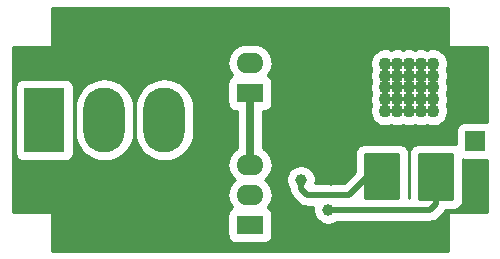
<source format=gbr>
G04 #@! TF.GenerationSoftware,KiCad,Pcbnew,(5.1.2)-2*
G04 #@! TF.CreationDate,2019-11-06T08:40:08+07:00*
G04 #@! TF.ProjectId,ph_vresistor_pos_sensor_board_hw,70685f76-7265-4736-9973-746f725f706f,rev?*
G04 #@! TF.SameCoordinates,Original*
G04 #@! TF.FileFunction,Copper,L2,Bot*
G04 #@! TF.FilePolarity,Positive*
%FSLAX46Y46*%
G04 Gerber Fmt 4.6, Leading zero omitted, Abs format (unit mm)*
G04 Created by KiCad (PCBNEW (5.1.2)-2) date 2019-11-06 08:40:08*
%MOMM*%
%LPD*%
G04 APERTURE LIST*
%ADD10R,2.300000X1.624000*%
%ADD11O,2.300000X1.724000*%
%ADD12C,1.100000*%
%ADD13R,1.700000X1.700000*%
%ADD14O,1.700000X1.700000*%
%ADD15R,3.500000X5.500000*%
%ADD16O,3.500000X5.500000*%
%ADD17C,1.000000*%
%ADD18C,0.500000*%
%ADD19C,0.700000*%
%ADD20C,0.325000*%
%ADD21C,0.254000*%
G04 APERTURE END LIST*
D10*
X104394000Y-91694000D03*
D11*
X104394000Y-89154000D03*
X104394000Y-86614000D03*
X104394000Y-75438000D03*
X104394000Y-77978000D03*
D10*
X104394000Y-80518000D03*
D12*
X115856000Y-82058000D03*
X115856000Y-81058000D03*
X115856000Y-80058000D03*
X115856000Y-79058000D03*
X115856000Y-78058000D03*
X116856000Y-78058000D03*
X116856000Y-79058000D03*
X116856000Y-80058000D03*
X116856000Y-81058000D03*
X116856000Y-82058000D03*
X117856000Y-78058000D03*
X117856000Y-79058000D03*
X117856000Y-80058000D03*
X117856000Y-81058000D03*
X117856000Y-82058000D03*
X118856000Y-78058000D03*
X118856000Y-79058000D03*
X118856000Y-80058000D03*
X118856000Y-81058000D03*
X118856000Y-82058000D03*
X119856000Y-78058000D03*
X119856000Y-79058000D03*
X119856000Y-80058000D03*
X119856000Y-81058000D03*
X119856000Y-82058000D03*
D13*
X123444000Y-84582000D03*
D14*
X123444000Y-87122000D03*
D15*
X86995000Y-82816700D03*
D16*
X92075000Y-82816700D03*
X97155000Y-82816700D03*
D17*
X116332000Y-88646000D03*
X114808000Y-88646000D03*
X116332000Y-86614000D03*
X114808000Y-86614000D03*
X108712000Y-87884000D03*
X115570000Y-87630000D03*
X119000000Y-93500000D03*
X117750000Y-93500000D03*
X115250000Y-92250000D03*
X116500000Y-93500000D03*
X120250000Y-92250000D03*
X116500000Y-92250000D03*
X115250000Y-93500000D03*
X119000000Y-92250000D03*
X120250000Y-93500000D03*
X117750000Y-92250000D03*
X111252000Y-87884000D03*
X110998000Y-78740000D03*
X85000000Y-77500000D03*
X85000000Y-78750000D03*
X89500000Y-73750000D03*
X90750000Y-73750000D03*
X92000000Y-73750000D03*
X93250000Y-73750000D03*
X94500000Y-73750000D03*
X95750000Y-73750000D03*
X97000000Y-73750000D03*
X98250000Y-73750000D03*
X99500000Y-73750000D03*
X100750000Y-73750000D03*
X120250000Y-73750000D03*
X119000000Y-73750000D03*
X117750000Y-73750000D03*
X116500000Y-73750000D03*
X115250000Y-73750000D03*
X120250000Y-75000000D03*
X119000000Y-75000000D03*
X117750000Y-75000000D03*
X116500000Y-75000000D03*
X115250000Y-75000000D03*
X120904000Y-86614000D03*
X119380000Y-86614000D03*
X110998000Y-90424000D03*
X119380000Y-88646000D03*
X120904000Y-88646000D03*
X120142000Y-87630000D03*
D18*
X115570000Y-87630000D02*
X115570000Y-87630000D01*
X114300000Y-87630000D02*
X115570000Y-87630000D01*
X112776000Y-89154000D02*
X114300000Y-87630000D01*
X109220000Y-89154000D02*
X112776000Y-89154000D01*
X108712000Y-87884000D02*
X108712000Y-88646000D01*
X108712000Y-88646000D02*
X109220000Y-89154000D01*
D19*
X110998000Y-90424000D02*
X111007000Y-90424000D01*
D18*
X120142000Y-87630000D02*
X120142000Y-87630000D01*
X120142000Y-89916000D02*
X120142000Y-87630000D01*
X110998000Y-90424000D02*
X119634000Y-90424000D01*
X119634000Y-90424000D02*
X120142000Y-89916000D01*
D19*
X104394000Y-80518000D02*
X104394000Y-86614000D01*
D20*
G36*
X116931500Y-89386500D02*
G01*
X114208500Y-89386500D01*
X114208500Y-85760500D01*
X116931500Y-85760500D01*
X116931500Y-89386500D01*
X116931500Y-89386500D01*
G37*
X116931500Y-89386500D02*
X114208500Y-89386500D01*
X114208500Y-85760500D01*
X116931500Y-85760500D01*
X116931500Y-89386500D01*
G36*
X121503500Y-89499500D02*
G01*
X118780500Y-89499500D01*
X118780500Y-85760500D01*
X121503500Y-85760500D01*
X121503500Y-89499500D01*
X121503500Y-89499500D01*
G37*
X121503500Y-89499500D02*
X118780500Y-89499500D01*
X118780500Y-85760500D01*
X121503500Y-85760500D01*
X121503500Y-89499500D01*
D21*
G36*
X121123000Y-76500000D02*
G01*
X121125440Y-76524776D01*
X121132667Y-76548601D01*
X121144403Y-76570557D01*
X121160197Y-76589803D01*
X121179443Y-76605597D01*
X121201399Y-76617333D01*
X121225224Y-76624560D01*
X121250000Y-76627000D01*
X124448000Y-76627000D01*
X124448000Y-82992878D01*
X124441418Y-82990881D01*
X124294000Y-82976362D01*
X122594000Y-82976362D01*
X122446582Y-82990881D01*
X122304830Y-83033882D01*
X122174190Y-83103710D01*
X122059683Y-83197683D01*
X121965710Y-83312190D01*
X121895882Y-83442830D01*
X121852881Y-83584582D01*
X121838362Y-83732000D01*
X121838362Y-84868231D01*
X121812708Y-84860449D01*
X121666000Y-84846000D01*
X118618000Y-84846000D01*
X118471292Y-84860449D01*
X118330222Y-84903243D01*
X118200211Y-84972735D01*
X118086256Y-85066256D01*
X117992735Y-85180211D01*
X117923243Y-85310222D01*
X117880449Y-85451292D01*
X117866000Y-85598000D01*
X117866000Y-89422000D01*
X117846000Y-89422000D01*
X117846000Y-85598000D01*
X117831551Y-85451292D01*
X117788757Y-85310222D01*
X117719265Y-85180211D01*
X117625744Y-85066256D01*
X117511789Y-84972735D01*
X117381778Y-84903243D01*
X117240708Y-84860449D01*
X117094000Y-84846000D01*
X114046000Y-84846000D01*
X113899292Y-84860449D01*
X113758222Y-84903243D01*
X113628211Y-84972735D01*
X113514256Y-85066256D01*
X113420735Y-85180211D01*
X113351243Y-85310222D01*
X113308449Y-85451292D01*
X113294000Y-85598000D01*
X113294000Y-87218958D01*
X112360959Y-88152000D01*
X109935219Y-88152000D01*
X109964000Y-88007311D01*
X109964000Y-87760689D01*
X109915886Y-87518805D01*
X109821508Y-87290956D01*
X109684492Y-87085896D01*
X109510104Y-86911508D01*
X109305044Y-86774492D01*
X109077195Y-86680114D01*
X108835311Y-86632000D01*
X108588689Y-86632000D01*
X108346805Y-86680114D01*
X108118956Y-86774492D01*
X107913896Y-86911508D01*
X107739508Y-87085896D01*
X107602492Y-87290956D01*
X107508114Y-87518805D01*
X107460000Y-87760689D01*
X107460000Y-88007311D01*
X107508114Y-88249195D01*
X107602492Y-88477044D01*
X107706467Y-88632655D01*
X107705153Y-88646000D01*
X107710000Y-88695216D01*
X107710000Y-88695223D01*
X107714362Y-88739508D01*
X107724498Y-88842426D01*
X107781794Y-89031303D01*
X107847376Y-89153999D01*
X107874837Y-89205375D01*
X108000052Y-89357949D01*
X108038286Y-89389327D01*
X108476668Y-89827709D01*
X108508051Y-89865949D01*
X108660625Y-89991164D01*
X108834696Y-90084206D01*
X109023574Y-90141502D01*
X109170777Y-90156000D01*
X109170786Y-90156000D01*
X109219999Y-90160847D01*
X109269212Y-90156000D01*
X109774781Y-90156000D01*
X109746000Y-90300689D01*
X109746000Y-90547311D01*
X109794114Y-90789195D01*
X109888492Y-91017044D01*
X110025508Y-91222104D01*
X110199896Y-91396492D01*
X110404956Y-91533508D01*
X110632805Y-91627886D01*
X110874689Y-91676000D01*
X111121311Y-91676000D01*
X111363195Y-91627886D01*
X111591044Y-91533508D01*
X111751942Y-91426000D01*
X119584784Y-91426000D01*
X119634000Y-91430847D01*
X119683216Y-91426000D01*
X119683223Y-91426000D01*
X119830426Y-91411502D01*
X120019304Y-91354206D01*
X120193375Y-91261164D01*
X120345949Y-91135949D01*
X120377332Y-91097709D01*
X120815709Y-90659332D01*
X120853949Y-90627949D01*
X120979164Y-90475375D01*
X121011969Y-90414000D01*
X121666000Y-90414000D01*
X121812708Y-90399551D01*
X121953778Y-90356757D01*
X122083789Y-90287265D01*
X122197744Y-90193744D01*
X122291265Y-90079789D01*
X122360757Y-89949778D01*
X122403551Y-89808708D01*
X122418000Y-89662000D01*
X122418000Y-86164449D01*
X122446582Y-86173119D01*
X122594000Y-86187638D01*
X124294000Y-86187638D01*
X124441418Y-86173119D01*
X124448001Y-86171122D01*
X124448001Y-90623000D01*
X121250000Y-90623000D01*
X121225224Y-90625440D01*
X121201399Y-90632667D01*
X121179443Y-90644403D01*
X121160197Y-90660197D01*
X121144403Y-90679443D01*
X121132667Y-90701399D01*
X121125440Y-90725224D01*
X121123000Y-90750000D01*
X121123000Y-93940000D01*
X87627000Y-93940000D01*
X87627000Y-90750000D01*
X87624560Y-90725224D01*
X87617333Y-90701399D01*
X87605597Y-90679443D01*
X87589803Y-90660197D01*
X87570557Y-90644403D01*
X87548601Y-90632667D01*
X87524776Y-90625440D01*
X87500000Y-90623000D01*
X84368000Y-90623000D01*
X84368000Y-80066700D01*
X84489362Y-80066700D01*
X84489362Y-85566700D01*
X84503881Y-85714118D01*
X84546882Y-85855870D01*
X84616710Y-85986510D01*
X84710683Y-86101017D01*
X84825190Y-86194990D01*
X84955830Y-86264818D01*
X85097582Y-86307819D01*
X85245000Y-86322338D01*
X88745000Y-86322338D01*
X88892418Y-86307819D01*
X89034170Y-86264818D01*
X89164810Y-86194990D01*
X89279317Y-86101017D01*
X89373290Y-85986510D01*
X89443118Y-85855870D01*
X89486119Y-85714118D01*
X89500638Y-85566700D01*
X89500638Y-81693787D01*
X89573000Y-81693787D01*
X89573000Y-83939614D01*
X89609202Y-84307178D01*
X89752269Y-84778807D01*
X89984598Y-85213462D01*
X90297260Y-85594441D01*
X90678239Y-85907103D01*
X91112894Y-86139431D01*
X91584523Y-86282498D01*
X92075000Y-86330806D01*
X92565478Y-86282498D01*
X93037107Y-86139431D01*
X93471762Y-85907103D01*
X93852741Y-85594441D01*
X94165403Y-85213462D01*
X94397731Y-84778807D01*
X94540798Y-84307178D01*
X94577000Y-83939614D01*
X94577000Y-81693787D01*
X94653000Y-81693787D01*
X94653000Y-83939614D01*
X94689202Y-84307178D01*
X94832269Y-84778807D01*
X95064598Y-85213462D01*
X95377260Y-85594441D01*
X95758239Y-85907103D01*
X96192894Y-86139431D01*
X96664523Y-86282498D01*
X97155000Y-86330806D01*
X97645478Y-86282498D01*
X98117107Y-86139431D01*
X98551762Y-85907103D01*
X98932741Y-85594441D01*
X99245403Y-85213462D01*
X99477731Y-84778807D01*
X99620798Y-84307178D01*
X99657000Y-83939614D01*
X99657000Y-81693786D01*
X99620798Y-81326222D01*
X99477731Y-80854593D01*
X99245403Y-80419938D01*
X98932741Y-80038959D01*
X98551761Y-79726297D01*
X98117106Y-79493969D01*
X97645477Y-79350902D01*
X97155000Y-79302594D01*
X96664522Y-79350902D01*
X96192893Y-79493969D01*
X95758238Y-79726297D01*
X95377259Y-80038959D01*
X95064597Y-80419939D01*
X94832269Y-80854594D01*
X94689202Y-81326223D01*
X94653000Y-81693787D01*
X94577000Y-81693787D01*
X94577000Y-81693786D01*
X94540798Y-81326222D01*
X94397731Y-80854593D01*
X94165403Y-80419938D01*
X93852741Y-80038959D01*
X93471761Y-79726297D01*
X93037106Y-79493969D01*
X92565477Y-79350902D01*
X92075000Y-79302594D01*
X91584522Y-79350902D01*
X91112893Y-79493969D01*
X90678238Y-79726297D01*
X90297259Y-80038959D01*
X89984597Y-80419939D01*
X89752269Y-80854594D01*
X89609202Y-81326223D01*
X89573000Y-81693787D01*
X89500638Y-81693787D01*
X89500638Y-80066700D01*
X89486119Y-79919282D01*
X89443118Y-79777530D01*
X89373290Y-79646890D01*
X89279317Y-79532383D01*
X89164810Y-79438410D01*
X89034170Y-79368582D01*
X88892418Y-79325581D01*
X88745000Y-79311062D01*
X85245000Y-79311062D01*
X85097582Y-79325581D01*
X84955830Y-79368582D01*
X84825190Y-79438410D01*
X84710683Y-79532383D01*
X84616710Y-79646890D01*
X84546882Y-79777530D01*
X84503881Y-79919282D01*
X84489362Y-80066700D01*
X84368000Y-80066700D01*
X84368000Y-77978000D01*
X102484191Y-77978000D01*
X102515354Y-78294399D01*
X102607644Y-78598639D01*
X102757515Y-78879029D01*
X102891182Y-79041902D01*
X102824190Y-79077710D01*
X102709683Y-79171683D01*
X102615710Y-79286190D01*
X102545882Y-79416830D01*
X102502881Y-79558582D01*
X102488362Y-79706000D01*
X102488362Y-81330000D01*
X102502881Y-81477418D01*
X102545882Y-81619170D01*
X102615710Y-81749810D01*
X102709683Y-81864317D01*
X102824190Y-81958290D01*
X102954830Y-82028118D01*
X103096582Y-82071119D01*
X103244000Y-82085638D01*
X103292000Y-82085638D01*
X103292001Y-85218997D01*
X103204971Y-85265515D01*
X102959208Y-85467208D01*
X102757515Y-85712971D01*
X102607644Y-85993361D01*
X102515354Y-86297601D01*
X102484191Y-86614000D01*
X102515354Y-86930399D01*
X102607644Y-87234639D01*
X102757515Y-87515029D01*
X102959208Y-87760792D01*
X103109337Y-87884000D01*
X102959208Y-88007208D01*
X102757515Y-88252971D01*
X102607644Y-88533361D01*
X102515354Y-88837601D01*
X102484191Y-89154000D01*
X102515354Y-89470399D01*
X102607644Y-89774639D01*
X102757515Y-90055029D01*
X102891182Y-90217902D01*
X102824190Y-90253710D01*
X102709683Y-90347683D01*
X102615710Y-90462190D01*
X102545882Y-90592830D01*
X102502881Y-90734582D01*
X102488362Y-90882000D01*
X102488362Y-92506000D01*
X102502881Y-92653418D01*
X102545882Y-92795170D01*
X102615710Y-92925810D01*
X102709683Y-93040317D01*
X102824190Y-93134290D01*
X102954830Y-93204118D01*
X103096582Y-93247119D01*
X103244000Y-93261638D01*
X105544000Y-93261638D01*
X105691418Y-93247119D01*
X105833170Y-93204118D01*
X105963810Y-93134290D01*
X106078317Y-93040317D01*
X106172290Y-92925810D01*
X106242118Y-92795170D01*
X106285119Y-92653418D01*
X106299638Y-92506000D01*
X106299638Y-90882000D01*
X106285119Y-90734582D01*
X106242118Y-90592830D01*
X106172290Y-90462190D01*
X106078317Y-90347683D01*
X105963810Y-90253710D01*
X105896818Y-90217902D01*
X106030485Y-90055029D01*
X106180356Y-89774639D01*
X106272646Y-89470399D01*
X106303809Y-89154000D01*
X106272646Y-88837601D01*
X106180356Y-88533361D01*
X106030485Y-88252971D01*
X105828792Y-88007208D01*
X105678663Y-87884000D01*
X105828792Y-87760792D01*
X106030485Y-87515029D01*
X106180356Y-87234639D01*
X106272646Y-86930399D01*
X106303809Y-86614000D01*
X106272646Y-86297601D01*
X106180356Y-85993361D01*
X106030485Y-85712971D01*
X105828792Y-85467208D01*
X105583029Y-85265515D01*
X105496000Y-85218997D01*
X105496000Y-82085638D01*
X105544000Y-82085638D01*
X105691418Y-82071119D01*
X105833170Y-82028118D01*
X105963810Y-81958290D01*
X106078317Y-81864317D01*
X106172290Y-81749810D01*
X106242118Y-81619170D01*
X106285119Y-81477418D01*
X106299638Y-81330000D01*
X106299638Y-79706000D01*
X106285119Y-79558582D01*
X106242118Y-79416830D01*
X106172290Y-79286190D01*
X106078317Y-79171683D01*
X105963810Y-79077710D01*
X105896818Y-79041902D01*
X106030485Y-78879029D01*
X106180356Y-78598639D01*
X106272646Y-78294399D01*
X106303809Y-77978000D01*
X106299059Y-77929764D01*
X114554000Y-77929764D01*
X114554000Y-78186236D01*
X114604035Y-78437779D01*
X114653832Y-78558000D01*
X114604035Y-78678221D01*
X114554000Y-78929764D01*
X114554000Y-79186236D01*
X114604035Y-79437779D01*
X114653832Y-79558000D01*
X114604035Y-79678221D01*
X114554000Y-79929764D01*
X114554000Y-80186236D01*
X114604035Y-80437779D01*
X114653832Y-80558000D01*
X114604035Y-80678221D01*
X114554000Y-80929764D01*
X114554000Y-81186236D01*
X114604035Y-81437779D01*
X114653832Y-81558000D01*
X114604035Y-81678221D01*
X114554000Y-81929764D01*
X114554000Y-82186236D01*
X114604035Y-82437779D01*
X114702182Y-82674728D01*
X114844670Y-82887977D01*
X115026023Y-83069330D01*
X115239272Y-83211818D01*
X115476221Y-83309965D01*
X115727764Y-83360000D01*
X115984236Y-83360000D01*
X116235779Y-83309965D01*
X116356000Y-83260168D01*
X116476221Y-83309965D01*
X116727764Y-83360000D01*
X116984236Y-83360000D01*
X117235779Y-83309965D01*
X117356000Y-83260168D01*
X117476221Y-83309965D01*
X117727764Y-83360000D01*
X117984236Y-83360000D01*
X118235779Y-83309965D01*
X118356000Y-83260168D01*
X118476221Y-83309965D01*
X118727764Y-83360000D01*
X118984236Y-83360000D01*
X119235779Y-83309965D01*
X119356000Y-83260168D01*
X119476221Y-83309965D01*
X119727764Y-83360000D01*
X119984236Y-83360000D01*
X120235779Y-83309965D01*
X120472728Y-83211818D01*
X120685977Y-83069330D01*
X120867330Y-82887977D01*
X121009818Y-82674728D01*
X121107965Y-82437779D01*
X121158000Y-82186236D01*
X121158000Y-81929764D01*
X121107965Y-81678221D01*
X121058168Y-81558000D01*
X121107965Y-81437779D01*
X121158000Y-81186236D01*
X121158000Y-80929764D01*
X121107965Y-80678221D01*
X121058168Y-80558000D01*
X121107965Y-80437779D01*
X121158000Y-80186236D01*
X121158000Y-79929764D01*
X121107965Y-79678221D01*
X121058168Y-79558000D01*
X121107965Y-79437779D01*
X121158000Y-79186236D01*
X121158000Y-78929764D01*
X121107965Y-78678221D01*
X121058168Y-78558000D01*
X121107965Y-78437779D01*
X121158000Y-78186236D01*
X121158000Y-77929764D01*
X121107965Y-77678221D01*
X121009818Y-77441272D01*
X120867330Y-77228023D01*
X120685977Y-77046670D01*
X120472728Y-76904182D01*
X120235779Y-76806035D01*
X119984236Y-76756000D01*
X119727764Y-76756000D01*
X119476221Y-76806035D01*
X119356000Y-76855832D01*
X119235779Y-76806035D01*
X118984236Y-76756000D01*
X118727764Y-76756000D01*
X118476221Y-76806035D01*
X118356000Y-76855832D01*
X118235779Y-76806035D01*
X117984236Y-76756000D01*
X117727764Y-76756000D01*
X117476221Y-76806035D01*
X117356000Y-76855832D01*
X117235779Y-76806035D01*
X116984236Y-76756000D01*
X116727764Y-76756000D01*
X116476221Y-76806035D01*
X116356000Y-76855832D01*
X116235779Y-76806035D01*
X115984236Y-76756000D01*
X115727764Y-76756000D01*
X115476221Y-76806035D01*
X115239272Y-76904182D01*
X115026023Y-77046670D01*
X114844670Y-77228023D01*
X114702182Y-77441272D01*
X114604035Y-77678221D01*
X114554000Y-77929764D01*
X106299059Y-77929764D01*
X106272646Y-77661601D01*
X106180356Y-77357361D01*
X106030485Y-77076971D01*
X105828792Y-76831208D01*
X105583029Y-76629515D01*
X105302639Y-76479644D01*
X104998399Y-76387354D01*
X104761285Y-76364000D01*
X104026715Y-76364000D01*
X103789601Y-76387354D01*
X103485361Y-76479644D01*
X103204971Y-76629515D01*
X102959208Y-76831208D01*
X102757515Y-77076971D01*
X102607644Y-77357361D01*
X102515354Y-77661601D01*
X102484191Y-77978000D01*
X84368000Y-77978000D01*
X84368000Y-76627000D01*
X87500000Y-76627000D01*
X87524776Y-76624560D01*
X87548601Y-76617333D01*
X87570557Y-76605597D01*
X87589803Y-76589803D01*
X87605597Y-76570557D01*
X87617333Y-76548601D01*
X87624560Y-76524776D01*
X87627000Y-76500000D01*
X87627000Y-73302000D01*
X121123000Y-73302000D01*
X121123000Y-76500000D01*
X121123000Y-76500000D01*
G37*
X121123000Y-76500000D02*
X121125440Y-76524776D01*
X121132667Y-76548601D01*
X121144403Y-76570557D01*
X121160197Y-76589803D01*
X121179443Y-76605597D01*
X121201399Y-76617333D01*
X121225224Y-76624560D01*
X121250000Y-76627000D01*
X124448000Y-76627000D01*
X124448000Y-82992878D01*
X124441418Y-82990881D01*
X124294000Y-82976362D01*
X122594000Y-82976362D01*
X122446582Y-82990881D01*
X122304830Y-83033882D01*
X122174190Y-83103710D01*
X122059683Y-83197683D01*
X121965710Y-83312190D01*
X121895882Y-83442830D01*
X121852881Y-83584582D01*
X121838362Y-83732000D01*
X121838362Y-84868231D01*
X121812708Y-84860449D01*
X121666000Y-84846000D01*
X118618000Y-84846000D01*
X118471292Y-84860449D01*
X118330222Y-84903243D01*
X118200211Y-84972735D01*
X118086256Y-85066256D01*
X117992735Y-85180211D01*
X117923243Y-85310222D01*
X117880449Y-85451292D01*
X117866000Y-85598000D01*
X117866000Y-89422000D01*
X117846000Y-89422000D01*
X117846000Y-85598000D01*
X117831551Y-85451292D01*
X117788757Y-85310222D01*
X117719265Y-85180211D01*
X117625744Y-85066256D01*
X117511789Y-84972735D01*
X117381778Y-84903243D01*
X117240708Y-84860449D01*
X117094000Y-84846000D01*
X114046000Y-84846000D01*
X113899292Y-84860449D01*
X113758222Y-84903243D01*
X113628211Y-84972735D01*
X113514256Y-85066256D01*
X113420735Y-85180211D01*
X113351243Y-85310222D01*
X113308449Y-85451292D01*
X113294000Y-85598000D01*
X113294000Y-87218958D01*
X112360959Y-88152000D01*
X109935219Y-88152000D01*
X109964000Y-88007311D01*
X109964000Y-87760689D01*
X109915886Y-87518805D01*
X109821508Y-87290956D01*
X109684492Y-87085896D01*
X109510104Y-86911508D01*
X109305044Y-86774492D01*
X109077195Y-86680114D01*
X108835311Y-86632000D01*
X108588689Y-86632000D01*
X108346805Y-86680114D01*
X108118956Y-86774492D01*
X107913896Y-86911508D01*
X107739508Y-87085896D01*
X107602492Y-87290956D01*
X107508114Y-87518805D01*
X107460000Y-87760689D01*
X107460000Y-88007311D01*
X107508114Y-88249195D01*
X107602492Y-88477044D01*
X107706467Y-88632655D01*
X107705153Y-88646000D01*
X107710000Y-88695216D01*
X107710000Y-88695223D01*
X107714362Y-88739508D01*
X107724498Y-88842426D01*
X107781794Y-89031303D01*
X107847376Y-89153999D01*
X107874837Y-89205375D01*
X108000052Y-89357949D01*
X108038286Y-89389327D01*
X108476668Y-89827709D01*
X108508051Y-89865949D01*
X108660625Y-89991164D01*
X108834696Y-90084206D01*
X109023574Y-90141502D01*
X109170777Y-90156000D01*
X109170786Y-90156000D01*
X109219999Y-90160847D01*
X109269212Y-90156000D01*
X109774781Y-90156000D01*
X109746000Y-90300689D01*
X109746000Y-90547311D01*
X109794114Y-90789195D01*
X109888492Y-91017044D01*
X110025508Y-91222104D01*
X110199896Y-91396492D01*
X110404956Y-91533508D01*
X110632805Y-91627886D01*
X110874689Y-91676000D01*
X111121311Y-91676000D01*
X111363195Y-91627886D01*
X111591044Y-91533508D01*
X111751942Y-91426000D01*
X119584784Y-91426000D01*
X119634000Y-91430847D01*
X119683216Y-91426000D01*
X119683223Y-91426000D01*
X119830426Y-91411502D01*
X120019304Y-91354206D01*
X120193375Y-91261164D01*
X120345949Y-91135949D01*
X120377332Y-91097709D01*
X120815709Y-90659332D01*
X120853949Y-90627949D01*
X120979164Y-90475375D01*
X121011969Y-90414000D01*
X121666000Y-90414000D01*
X121812708Y-90399551D01*
X121953778Y-90356757D01*
X122083789Y-90287265D01*
X122197744Y-90193744D01*
X122291265Y-90079789D01*
X122360757Y-89949778D01*
X122403551Y-89808708D01*
X122418000Y-89662000D01*
X122418000Y-86164449D01*
X122446582Y-86173119D01*
X122594000Y-86187638D01*
X124294000Y-86187638D01*
X124441418Y-86173119D01*
X124448001Y-86171122D01*
X124448001Y-90623000D01*
X121250000Y-90623000D01*
X121225224Y-90625440D01*
X121201399Y-90632667D01*
X121179443Y-90644403D01*
X121160197Y-90660197D01*
X121144403Y-90679443D01*
X121132667Y-90701399D01*
X121125440Y-90725224D01*
X121123000Y-90750000D01*
X121123000Y-93940000D01*
X87627000Y-93940000D01*
X87627000Y-90750000D01*
X87624560Y-90725224D01*
X87617333Y-90701399D01*
X87605597Y-90679443D01*
X87589803Y-90660197D01*
X87570557Y-90644403D01*
X87548601Y-90632667D01*
X87524776Y-90625440D01*
X87500000Y-90623000D01*
X84368000Y-90623000D01*
X84368000Y-80066700D01*
X84489362Y-80066700D01*
X84489362Y-85566700D01*
X84503881Y-85714118D01*
X84546882Y-85855870D01*
X84616710Y-85986510D01*
X84710683Y-86101017D01*
X84825190Y-86194990D01*
X84955830Y-86264818D01*
X85097582Y-86307819D01*
X85245000Y-86322338D01*
X88745000Y-86322338D01*
X88892418Y-86307819D01*
X89034170Y-86264818D01*
X89164810Y-86194990D01*
X89279317Y-86101017D01*
X89373290Y-85986510D01*
X89443118Y-85855870D01*
X89486119Y-85714118D01*
X89500638Y-85566700D01*
X89500638Y-81693787D01*
X89573000Y-81693787D01*
X89573000Y-83939614D01*
X89609202Y-84307178D01*
X89752269Y-84778807D01*
X89984598Y-85213462D01*
X90297260Y-85594441D01*
X90678239Y-85907103D01*
X91112894Y-86139431D01*
X91584523Y-86282498D01*
X92075000Y-86330806D01*
X92565478Y-86282498D01*
X93037107Y-86139431D01*
X93471762Y-85907103D01*
X93852741Y-85594441D01*
X94165403Y-85213462D01*
X94397731Y-84778807D01*
X94540798Y-84307178D01*
X94577000Y-83939614D01*
X94577000Y-81693787D01*
X94653000Y-81693787D01*
X94653000Y-83939614D01*
X94689202Y-84307178D01*
X94832269Y-84778807D01*
X95064598Y-85213462D01*
X95377260Y-85594441D01*
X95758239Y-85907103D01*
X96192894Y-86139431D01*
X96664523Y-86282498D01*
X97155000Y-86330806D01*
X97645478Y-86282498D01*
X98117107Y-86139431D01*
X98551762Y-85907103D01*
X98932741Y-85594441D01*
X99245403Y-85213462D01*
X99477731Y-84778807D01*
X99620798Y-84307178D01*
X99657000Y-83939614D01*
X99657000Y-81693786D01*
X99620798Y-81326222D01*
X99477731Y-80854593D01*
X99245403Y-80419938D01*
X98932741Y-80038959D01*
X98551761Y-79726297D01*
X98117106Y-79493969D01*
X97645477Y-79350902D01*
X97155000Y-79302594D01*
X96664522Y-79350902D01*
X96192893Y-79493969D01*
X95758238Y-79726297D01*
X95377259Y-80038959D01*
X95064597Y-80419939D01*
X94832269Y-80854594D01*
X94689202Y-81326223D01*
X94653000Y-81693787D01*
X94577000Y-81693787D01*
X94577000Y-81693786D01*
X94540798Y-81326222D01*
X94397731Y-80854593D01*
X94165403Y-80419938D01*
X93852741Y-80038959D01*
X93471761Y-79726297D01*
X93037106Y-79493969D01*
X92565477Y-79350902D01*
X92075000Y-79302594D01*
X91584522Y-79350902D01*
X91112893Y-79493969D01*
X90678238Y-79726297D01*
X90297259Y-80038959D01*
X89984597Y-80419939D01*
X89752269Y-80854594D01*
X89609202Y-81326223D01*
X89573000Y-81693787D01*
X89500638Y-81693787D01*
X89500638Y-80066700D01*
X89486119Y-79919282D01*
X89443118Y-79777530D01*
X89373290Y-79646890D01*
X89279317Y-79532383D01*
X89164810Y-79438410D01*
X89034170Y-79368582D01*
X88892418Y-79325581D01*
X88745000Y-79311062D01*
X85245000Y-79311062D01*
X85097582Y-79325581D01*
X84955830Y-79368582D01*
X84825190Y-79438410D01*
X84710683Y-79532383D01*
X84616710Y-79646890D01*
X84546882Y-79777530D01*
X84503881Y-79919282D01*
X84489362Y-80066700D01*
X84368000Y-80066700D01*
X84368000Y-77978000D01*
X102484191Y-77978000D01*
X102515354Y-78294399D01*
X102607644Y-78598639D01*
X102757515Y-78879029D01*
X102891182Y-79041902D01*
X102824190Y-79077710D01*
X102709683Y-79171683D01*
X102615710Y-79286190D01*
X102545882Y-79416830D01*
X102502881Y-79558582D01*
X102488362Y-79706000D01*
X102488362Y-81330000D01*
X102502881Y-81477418D01*
X102545882Y-81619170D01*
X102615710Y-81749810D01*
X102709683Y-81864317D01*
X102824190Y-81958290D01*
X102954830Y-82028118D01*
X103096582Y-82071119D01*
X103244000Y-82085638D01*
X103292000Y-82085638D01*
X103292001Y-85218997D01*
X103204971Y-85265515D01*
X102959208Y-85467208D01*
X102757515Y-85712971D01*
X102607644Y-85993361D01*
X102515354Y-86297601D01*
X102484191Y-86614000D01*
X102515354Y-86930399D01*
X102607644Y-87234639D01*
X102757515Y-87515029D01*
X102959208Y-87760792D01*
X103109337Y-87884000D01*
X102959208Y-88007208D01*
X102757515Y-88252971D01*
X102607644Y-88533361D01*
X102515354Y-88837601D01*
X102484191Y-89154000D01*
X102515354Y-89470399D01*
X102607644Y-89774639D01*
X102757515Y-90055029D01*
X102891182Y-90217902D01*
X102824190Y-90253710D01*
X102709683Y-90347683D01*
X102615710Y-90462190D01*
X102545882Y-90592830D01*
X102502881Y-90734582D01*
X102488362Y-90882000D01*
X102488362Y-92506000D01*
X102502881Y-92653418D01*
X102545882Y-92795170D01*
X102615710Y-92925810D01*
X102709683Y-93040317D01*
X102824190Y-93134290D01*
X102954830Y-93204118D01*
X103096582Y-93247119D01*
X103244000Y-93261638D01*
X105544000Y-93261638D01*
X105691418Y-93247119D01*
X105833170Y-93204118D01*
X105963810Y-93134290D01*
X106078317Y-93040317D01*
X106172290Y-92925810D01*
X106242118Y-92795170D01*
X106285119Y-92653418D01*
X106299638Y-92506000D01*
X106299638Y-90882000D01*
X106285119Y-90734582D01*
X106242118Y-90592830D01*
X106172290Y-90462190D01*
X106078317Y-90347683D01*
X105963810Y-90253710D01*
X105896818Y-90217902D01*
X106030485Y-90055029D01*
X106180356Y-89774639D01*
X106272646Y-89470399D01*
X106303809Y-89154000D01*
X106272646Y-88837601D01*
X106180356Y-88533361D01*
X106030485Y-88252971D01*
X105828792Y-88007208D01*
X105678663Y-87884000D01*
X105828792Y-87760792D01*
X106030485Y-87515029D01*
X106180356Y-87234639D01*
X106272646Y-86930399D01*
X106303809Y-86614000D01*
X106272646Y-86297601D01*
X106180356Y-85993361D01*
X106030485Y-85712971D01*
X105828792Y-85467208D01*
X105583029Y-85265515D01*
X105496000Y-85218997D01*
X105496000Y-82085638D01*
X105544000Y-82085638D01*
X105691418Y-82071119D01*
X105833170Y-82028118D01*
X105963810Y-81958290D01*
X106078317Y-81864317D01*
X106172290Y-81749810D01*
X106242118Y-81619170D01*
X106285119Y-81477418D01*
X106299638Y-81330000D01*
X106299638Y-79706000D01*
X106285119Y-79558582D01*
X106242118Y-79416830D01*
X106172290Y-79286190D01*
X106078317Y-79171683D01*
X105963810Y-79077710D01*
X105896818Y-79041902D01*
X106030485Y-78879029D01*
X106180356Y-78598639D01*
X106272646Y-78294399D01*
X106303809Y-77978000D01*
X106299059Y-77929764D01*
X114554000Y-77929764D01*
X114554000Y-78186236D01*
X114604035Y-78437779D01*
X114653832Y-78558000D01*
X114604035Y-78678221D01*
X114554000Y-78929764D01*
X114554000Y-79186236D01*
X114604035Y-79437779D01*
X114653832Y-79558000D01*
X114604035Y-79678221D01*
X114554000Y-79929764D01*
X114554000Y-80186236D01*
X114604035Y-80437779D01*
X114653832Y-80558000D01*
X114604035Y-80678221D01*
X114554000Y-80929764D01*
X114554000Y-81186236D01*
X114604035Y-81437779D01*
X114653832Y-81558000D01*
X114604035Y-81678221D01*
X114554000Y-81929764D01*
X114554000Y-82186236D01*
X114604035Y-82437779D01*
X114702182Y-82674728D01*
X114844670Y-82887977D01*
X115026023Y-83069330D01*
X115239272Y-83211818D01*
X115476221Y-83309965D01*
X115727764Y-83360000D01*
X115984236Y-83360000D01*
X116235779Y-83309965D01*
X116356000Y-83260168D01*
X116476221Y-83309965D01*
X116727764Y-83360000D01*
X116984236Y-83360000D01*
X117235779Y-83309965D01*
X117356000Y-83260168D01*
X117476221Y-83309965D01*
X117727764Y-83360000D01*
X117984236Y-83360000D01*
X118235779Y-83309965D01*
X118356000Y-83260168D01*
X118476221Y-83309965D01*
X118727764Y-83360000D01*
X118984236Y-83360000D01*
X119235779Y-83309965D01*
X119356000Y-83260168D01*
X119476221Y-83309965D01*
X119727764Y-83360000D01*
X119984236Y-83360000D01*
X120235779Y-83309965D01*
X120472728Y-83211818D01*
X120685977Y-83069330D01*
X120867330Y-82887977D01*
X121009818Y-82674728D01*
X121107965Y-82437779D01*
X121158000Y-82186236D01*
X121158000Y-81929764D01*
X121107965Y-81678221D01*
X121058168Y-81558000D01*
X121107965Y-81437779D01*
X121158000Y-81186236D01*
X121158000Y-80929764D01*
X121107965Y-80678221D01*
X121058168Y-80558000D01*
X121107965Y-80437779D01*
X121158000Y-80186236D01*
X121158000Y-79929764D01*
X121107965Y-79678221D01*
X121058168Y-79558000D01*
X121107965Y-79437779D01*
X121158000Y-79186236D01*
X121158000Y-78929764D01*
X121107965Y-78678221D01*
X121058168Y-78558000D01*
X121107965Y-78437779D01*
X121158000Y-78186236D01*
X121158000Y-77929764D01*
X121107965Y-77678221D01*
X121009818Y-77441272D01*
X120867330Y-77228023D01*
X120685977Y-77046670D01*
X120472728Y-76904182D01*
X120235779Y-76806035D01*
X119984236Y-76756000D01*
X119727764Y-76756000D01*
X119476221Y-76806035D01*
X119356000Y-76855832D01*
X119235779Y-76806035D01*
X118984236Y-76756000D01*
X118727764Y-76756000D01*
X118476221Y-76806035D01*
X118356000Y-76855832D01*
X118235779Y-76806035D01*
X117984236Y-76756000D01*
X117727764Y-76756000D01*
X117476221Y-76806035D01*
X117356000Y-76855832D01*
X117235779Y-76806035D01*
X116984236Y-76756000D01*
X116727764Y-76756000D01*
X116476221Y-76806035D01*
X116356000Y-76855832D01*
X116235779Y-76806035D01*
X115984236Y-76756000D01*
X115727764Y-76756000D01*
X115476221Y-76806035D01*
X115239272Y-76904182D01*
X115026023Y-77046670D01*
X114844670Y-77228023D01*
X114702182Y-77441272D01*
X114604035Y-77678221D01*
X114554000Y-77929764D01*
X106299059Y-77929764D01*
X106272646Y-77661601D01*
X106180356Y-77357361D01*
X106030485Y-77076971D01*
X105828792Y-76831208D01*
X105583029Y-76629515D01*
X105302639Y-76479644D01*
X104998399Y-76387354D01*
X104761285Y-76364000D01*
X104026715Y-76364000D01*
X103789601Y-76387354D01*
X103485361Y-76479644D01*
X103204971Y-76629515D01*
X102959208Y-76831208D01*
X102757515Y-77076971D01*
X102607644Y-77357361D01*
X102515354Y-77661601D01*
X102484191Y-77978000D01*
X84368000Y-77978000D01*
X84368000Y-76627000D01*
X87500000Y-76627000D01*
X87524776Y-76624560D01*
X87548601Y-76617333D01*
X87570557Y-76605597D01*
X87589803Y-76589803D01*
X87605597Y-76570557D01*
X87617333Y-76548601D01*
X87624560Y-76524776D01*
X87627000Y-76500000D01*
X87627000Y-73302000D01*
X121123000Y-73302000D01*
X121123000Y-76500000D01*
M02*

</source>
